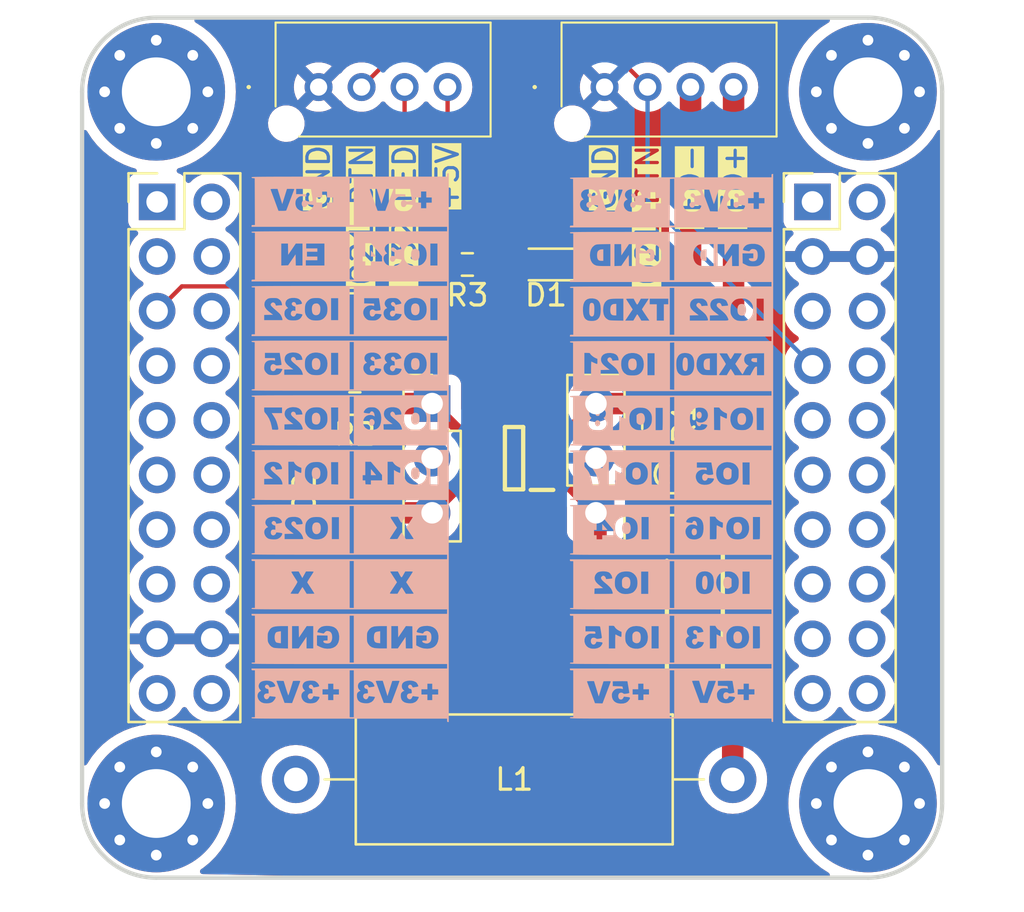
<source format=kicad_pcb>
(kicad_pcb (version 20221018) (generator pcbnew)
  (layers (0 "F.Cu" signal) (1 "In1.Cu" signal) (2 "In2.Cu" signal) (3 "In3.Cu" signal) (4 "In4.Cu" signal) (31 "B.Cu" signal) (34 "B.Paste" user) (35 "F.Paste" user) (36 "B.SilkS" user "B.Silkscreen") (37 "F.SilkS" user "F.Silkscreen") (38 "B.Mask" user) (39 "F.Mask" user) (44 "Edge.Cuts" user))
  (net 0 "")
  (net 1 "/LED_+")
  (net 2 "GND")
  (net 3 "Net-(IC1-SW)")
  (net 4 "/LED_-")
  (net 5 "/SHDN")
  (net 6 "/IO21")
  (net 7 "/IO32")
  (net 8 "+5V")
  (net 10 "/EN")
  (net 11 "/IO34")
  (net 12 "/IO35")
  (net 13 "/IO25")
  (net 14 "/IO33")
  (net 15 "/IO27")
  (net 16 "/IO26")
  (net 17 "/IO12")
  (net 18 "/IO14")
  (net 23 "+3V3")
  (net 24 "/TXD0")
  (net 25 "/IO22")
  (net 26 "/RXD0")
  (net 27 "/IO18")
  (net 28 "/IO19")
  (net 29 "/IO17")
  (net 30 "/IO5")
  (net 31 "/IO4")
  (net 32 "/IO16")
  (net 33 "/IO2")
  (net 34 "/IO0")
  (net 35 "/IO15")
  (net 36 "/IO13")
  (net 37 "Net-(D1-A)")
  (footprint "Connector_PinHeader_2.54mm:PinHeader_2x10_P2.54mm_Vertical" (layer "F.Cu") (at 135.89 81.24)
    (fp_text reference "J5" hide)
    (fp_text value "Conn_02x10_Odd_Even")
    (pad "1" thru_hole rect (at 0 0) (size 1.7 1.7) (drill 1) (layers "*.Cu" "*.Mask") (net 8 "+5V"))
    (pad "2" thru_hole oval (at 2.54 0) (size 1.7 1.7) (drill 1) (layers "*.Cu" "*.Mask") (net 8 "+5V"))
    (pad "3" thru_hole oval (at 0 2.54) (size 1.7 1.7) (drill 1) (layers "*.Cu" "*.Mask") (net 10 "/EN"))
    (pad "4" thru_hole oval (at 2.54 2.54) (size 1.7 1.7) (drill 1) (layers "*.Cu" "*.Mask") (net 11 "/IO34"))
    (pad "5" thru_hole oval (at 0 5.08) (size 1.7 1.7) (drill 1) (layers "*.Cu" "*.Mask") (net 7 "/IO32"))
    (pad "6" thru_hole oval (at 2.54 5.08) (size 1.7 1.7) (drill 1) (layers "*.Cu" "*.Mask") (net 12 "/IO35"))
    (pad "7" thru_hole oval (at 0 7.62) (size 1.7 1.7) (drill 1) (layers "*.Cu" "*.Mask") (net 13 "/IO25"))
    (pad "8" thru_hole oval (at 2.54 7.62) (size 1.7 1.7) (drill 1) (layers "*.Cu" "*.Mask") (net 14 "/IO33"))
    (pad "9" thru_hole oval (at 0 10.16) (size 1.7 1.7) (drill 1) (layers "*.Cu" "*.Mask") (net 15 "/IO27"))
    (pad "10" thru_hole oval (at 2.54 10.16) (size 1.7 1.7) (drill 1) (layers "*.Cu" "*.Mask") (net 16 "/IO26"))
    (pad "11" thru_hole oval (at 0 12.7) (size 1.7 1.7) (drill 1) (layers "*.Cu" "*.Mask") (net 17 "/IO12"))
    (pad "12" thru_hole oval (at 2.54 12.7) (size 1.7 1.7) (drill 1) (layers "*.Cu" "*.Mask") (net 18 "/IO14"))
    (pad "13" thru_hole oval (at 0 15.24) (size 1.7 1.7) (drill 1) (layers "*.Cu" "*.Mask"))
    (pad "14" thru_hole oval (at 2.54 15.24) (size 1.7 1.7) (drill 1) (layers "*.Cu" "*.Mask"))
    (pad "15" thru_hole oval (at 0 17.78) (size 1.7 1.7) (drill 1) (layers "*.Cu" "*.Mask"))
    (pad "16" thru_hole oval (at 2.54 17.78) (size 1.7 1.7) (drill 1) (layers "*.Cu" "*.Mask"))
    (pad "17" thru_hole oval (at 0 20.32) (size 1.7 1.7) (drill 1) (layers "*.Cu" "*.Mask") (net 2 "GND"))
    (pad "18" thru_hole oval (at 2.54 20.32) (size 1.7 1.7) (drill 1) (layers "*.Cu" "*.Mask") (net 2 "GND"))
    (pad "19" thru_hole oval (at 0 22.86) (size 1.7 1.7) (drill 1) (layers "*.Cu" "*.Mask") (net 23 "+3V3"))
    (pad "20" thru_hole oval (at 2.54 22.86) (size 1.7 1.7) (drill 1) (layers "*.Cu" "*.Mask") (net 23 "+3V3"))
  )
  (footprint "MountingHole:MountingHole_3.2mm_M3_Pad_Via" (layer "F.Cu") (at 135.85 109.22)
    (fp_text reference "H2" hide)
    (fp_text value "MountingHole")
    (pad "1" thru_hole circle (at -2.4 0) (size 0.8 0.8) (drill 0.5) (layers "*.Cu" "*.Mask"))
    (pad "1" thru_hole circle (at -1.697056 -1.697056) (size 0.8 0.8) (drill 0.5) (layers "*.Cu" "*.Mask"))
    (pad "1" thru_hole circle (at -1.697056 1.697056) (size 0.8 0.8) (drill 0.5) (layers "*.Cu" "*.Mask"))
    (pad "1" thru_hole circle (at 0 -2.4) (size 0.8 0.8) (drill 0.5) (layers "*.Cu" "*.Mask"))
    (pad "1" thru_hole circle (at 0 0) (size 6.4 6.4) (drill 3.2) (layers "*.Cu" "*.Mask"))
    (pad "1" thru_hole circle (at 0 2.4) (size 0.8 0.8) (drill 0.5) (layers "*.Cu" "*.Mask"))
    (pad "1" thru_hole circle (at 1.697056 -1.697056) (size 0.8 0.8) (drill 0.5) (layers "*.Cu" "*.Mask"))
    (pad "1" thru_hole circle (at 1.697056 1.697056) (size 0.8 0.8) (drill 0.5) (layers "*.Cu" "*.Mask"))
    (pad "1" thru_hole circle (at 2.4 0) (size 0.8 0.8) (drill 0.5) (layers "*.Cu" "*.Mask"))
  )
  (footprint "Inductor_THT:L_Axial_L14.5mm_D5.8mm_P20.32mm_Horizontal_Fastron_HBCC" (layer "F.Cu") (at 142.34 108.1)
    (fp_text reference "L1" (at 10.16 0) (layer "F.SilkS"))
    (fp_text value "47uH")
    (pad "1" thru_hole circle (at 0 0) (size 2.2 2.2) (drill 1.1) (layers "*.Cu" "*.Mask") (net 8 "+5V"))
    (pad "2" thru_hole oval (at 20.32 0) (size 2.2 2.2) (drill 1.1) (layers "*.Cu" "*.Mask") (net 3 "Net-(IC1-SW)"))
  )
  (footprint "MountingHole:MountingHole_3.2mm_M3_Pad_Via" (layer "F.Cu") (at 135.85 76.12)
    (fp_text reference "H1" hide)
    (fp_text value "MountingHole")
    (pad "1" thru_hole circle (at -2.4 0) (size 0.8 0.8) (drill 0.5) (layers "*.Cu" "*.Mask"))
    (pad "1" thru_hole circle (at -1.697056 -1.697056) (size 0.8 0.8) (drill 0.5) (layers "*.Cu" "*.Mask"))
    (pad "1" thru_hole circle (at -1.697056 1.697056) (size 0.8 0.8) (drill 0.5) (layers "*.Cu" "*.Mask"))
    (pad "1" thru_hole circle (at 0 -2.4) (size 0.8 0.8) (drill 0.5) (layers "*.Cu" "*.Mask"))
    (pad "1" thru_hole circle (at 0 0) (size 6.4 6.4) (drill 3.2) (layers "*.Cu" "*.Mask"))
    (pad "1" thru_hole circle (at 0 2.4) (size 0.8 0.8) (drill 0.5) (layers "*.Cu" "*.Mask"))
    (pad "1" thru_hole circle (at 1.697056 -1.697056) (size 0.8 0.8) (drill 0.5) (layers "*.Cu" "*.Mask"))
    (pad "1" thru_hole circle (at 1.697056 1.697056) (size 0.8 0.8) (drill 0.5) (layers "*.Cu" "*.Mask"))
    (pad "1" thru_hole circle (at 2.4 0) (size 0.8 0.8) (drill 0.5) (layers "*.Cu" "*.Mask"))
  )
  (footprint "Connector_PinHeader_2.54mm:PinHeader_2x10_P2.54mm_Vertical" (layer "F.Cu") (at 166.37 81.24)
    (fp_text reference "J6" hide)
    (fp_text value "Conn_02x10_Odd_Even")
    (pad "1" thru_hole rect (at 0 0) (size 1.7 1.7) (drill 1) (layers "*.Cu" "*.Mask") (net 23 "+3V3"))
    (pad "2" thru_hole oval (at 2.54 0) (size 1.7 1.7) (drill 1) (layers "*.Cu" "*.Mask") (net 23 "+3V3"))
    (pad "3" thru_hole oval (at 0 2.54) (size 1.7 1.7) (drill 1) (layers "*.Cu" "*.Mask") (net 2 "GND"))
    (pad "4" thru_hole oval (at 2.54 2.54) (size 1.7 1.7) (drill 1) (layers "*.Cu" "*.Mask") (net 2 "GND"))
    (pad "5" thru_hole oval (at 0 5.08) (size 1.7 1.7) (drill 1) (layers "*.Cu" "*.Mask") (net 24 "/TXD0"))
    (pad "6" thru_hole oval (at 2.54 5.08) (size 1.7 1.7) (drill 1) (layers "*.Cu" "*.Mask") (net 25 "/IO22"))
    (pad "7" thru_hole oval (at 0 7.62) (size 1.7 1.7) (drill 1) (layers "*.Cu" "*.Mask") (net 6 "/IO21"))
    (pad "8" thru_hole oval (at 2.54 7.62) (size 1.7 1.7) (drill 1) (layers "*.Cu" "*.Mask") (net 26 "/RXD0"))
    (pad "9" thru_hole oval (at 0 10.16) (size 1.7 1.7) (drill 1) (layers "*.Cu" "*.Mask") (net 27 "/IO18"))
    (pad "10" thru_hole oval (at 2.54 10.16) (size 1.7 1.7) (drill 1) (layers "*.Cu" "*.Mask") (net 28 "/IO19"))
    (pad "11" thru_hole oval (at 0 12.7) (size 1.7 1.7) (drill 1) (layers "*.Cu" "*.Mask") (net 29 "/IO17"))
    (pad "12" thru_hole oval (at 2.54 12.7) (size 1.7 1.7) (drill 1) (layers "*.Cu" "*.Mask") (net 30 "/IO5"))
    (pad "13" thru_hole oval (at 0 15.24) (size 1.7 1.7) (drill 1) (layers "*.Cu" "*.Mask") (net 31 "/IO4"))
    (pad "14" thru_hole oval (at 2.54 15.24) (size 1.7 1.7) (drill 1) (layers "*.Cu" "*.Mask") (net 32 "/IO16"))
    (pad "15" thru_hole oval (at 0 17.78) (size 1.7 1.7) (drill 1) (layers "*.Cu" "*.Mask") (net 33 "/IO2"))
    (pad "16" thru_hole oval (at 2.54 17.78) (size 1.7 1.7) (drill 1) (layers "*.Cu" "*.Mask") (net 34 "/IO0"))
    (pad "17" thru_hole oval (at 0 20.32) (size 1.7 1.7) (drill 1) (layers "*.Cu" "*.Mask") (net 35 "/IO15"))
    (pad "18" thru_hole oval (at 2.54 20.32) (size 1.7 1.7) (drill 1) (layers "*.Cu" "*.Mask") (net 36 "/IO13"))
    (pad "19" thru_hole oval (at 0 22.86) (size 1.7 1.7) (drill 1) (layers "*.Cu" "*.Mask") (net 8 "+5V"))
    (pad "20" thru_hole oval (at 2.54 22.86) (size 1.7 1.7) (drill 1) (layers "*.Cu" "*.Mask") (net 8 "+5V"))
  )
  (footprint "SamacSys_Parts:B04BPASK1LFSN" (layer "F.Cu") (at 143.4 75.9 180)
    (fp_text reference "J2" hide)
    (fp_text value "B04B-PASK-1-LFSN" hide)
    (pad "" np_thru_hole circle (at 1.5 -1.7 180) (size 1.2 1.2) (drill 1.2) (layers "*.Cu" "*.Mask"))
    (pad "1" thru_hole circle (at 0 0 180) (size 1.3 1.3) (drill 0.8) (layers "*.Cu" "*.Mask") (net 2 "GND"))
    (pad "2" thru_hole circle (at -2 0 180) (size 1.3 1.3) (drill 0.8) (layers "*.Cu" "*.Mask") (net 6 "/IO21"))
    (pad "3" thru_hole circle (at -4 0 180) (size 1.3 1.3) (drill 0.8) (layers "*.Cu" "*.Mask") (net 7 "/IO32"))
    (pad "4" thru_hole circle (at -6 0 180) (size 1.3 1.3) (drill 0.8) (layers "*.Cu" "*.Mask") (net 8 "+5V"))
  )
  (footprint "Capacitor_SMD:C_0603_1608Metric_Pad1.08x0.95mm_HandSolder" (layer "F.Cu") (at 144.175 94.8375 90)
    (fp_text reference "C2" (at 0 -1.43 90) (layer "F.SilkS"))
    (fp_text value "4.7uF")
    (pad "1" smd roundrect (at -0.8625 0 90) (size 1.075 0.95) (layers "F.Cu" "F.Paste" "F.Mask") (net 8 "+5V"))
    (pad "2" smd roundrect (at 0.8625 0 90) (size 1.075 0.95) (layers "F.Cu" "F.Paste" "F.Mask") (net 2 "GND"))
  )
  (footprint "SamacSys_Parts:SOT95P280X100-5N" (layer "F.Cu") (at 152.49 93.16 180)
    (fp_text reference "IC1" hide)
    (fp_text value "CAT4238TD-GT3" hide)
    (pad "1" smd rect (at -1.3 -0.95 270) (size 0.55 1.05) (layers "F.Cu" "F.Paste" "F.Mask") (net 3 "Net-(IC1-SW)"))
    (pad "2" smd rect (at -1.3 0 270) (size 0.55 1.05) (layers "F.Cu" "F.Paste" "F.Mask") (net 2 "GND"))
    (pad "3" smd rect (at -1.3 0.95 270) (size 0.55 1.05) (layers "F.Cu" "F.Paste" "F.Mask") (net 4 "/LED_-"))
    (pad "4" smd rect (at 1.3 0.95 270) (size 0.55 1.05) (layers "F.Cu" "F.Paste" "F.Mask") (net 5 "/SHDN"))
    (pad "5" smd rect (at 1.3 -0.95 270) (size 0.55 1.05) (layers "F.Cu" "F.Paste" "F.Mask") (net 8 "+5V"))
  )
  (footprint "LED_SMD:LED_0603_1608Metric_Pad1.05x0.95mm_HandSolder" (layer "F.Cu") (at 153.975 84.15 180)
    (fp_text reference "D1" (at 0 -1.43) (layer "F.SilkS"))
    (fp_text value "LED")
    (pad "1" smd roundrect (at -0.875 0 180) (size 1.05 0.95) (layers "F.Cu" "F.Paste" "F.Mask") (net 2 "GND"))
    (pad "2" smd roundrect (at 0.875 0 180) (size 1.05 0.95) (layers "F.Cu" "F.Paste" "F.Mask") (net 37 "Net-(D1-A)"))
  )
  (footprint "SamacSys_Parts:DIOM5026X262N" (layer "F.Cu") (at 160.9 100.45 -90)
    (fp_text reference "D2" hide)
    (fp_text value "SS54" hide)
    (pad "1" smd rect (at -2.05 0) (size 1.45 2.2) (layers "F.Cu" "F.Paste" "F.Mask") (net 1 "/LED_+"))
    (pad "2" smd rect (at 2.05 0) (size 1.45 2.2) (layers "F.Cu" "F.Paste" "F.Mask") (net 3 "Net-(IC1-SW)"))
  )
  (footprint "MountingHole:MountingHole_3.2mm_M3_Pad_Via" (layer "F.Cu") (at 168.95 76.12)
    (fp_text reference "H3" hide)
    (fp_text value "MountingHole")
    (pad "1" thru_hole circle (at -2.4 0) (size 0.8 0.8) (drill 0.5) (layers "*.Cu" "*.Mask"))
    (pad "1" thru_hole circle (at -1.697056 -1.697056) (size 0.8 0.8) (drill 0.5) (layers "*.Cu" "*.Mask"))
    (pad "1" thru_hole circle (at -1.697056 1.697056) (size 0.8 0.8) (drill 0.5) (layers "*.Cu" "*.Mask"))
    (pad "1" thru_hole circle (at 0 -2.4) (size 0.8 0.8) (drill 0.5) (layers "*.Cu" "*.Mask"))
    (pad "1" thru_hole circle (at 0 0) (size 6.4 6.4) (drill 3.2) (layers "*.Cu" "*.Mask"))
    (pad "1" thru_hole circle (at 0 2.4) (size 0.8 0.8) (drill 0.5) (layers "*.Cu" "*.Mask"))
    (pad "1" thru_hole circle (at 1.697056 -1.697056) (size 0.8 0.8) (drill 0.5) (layers "*.Cu" "*.Mask"))
    (pad "1" thru_hole circle (at 1.697056 1.697056) (size 0.8 0.8) (drill 0.5) (layers "*.Cu" "*.Mask"))
    (pad "1" thru_hole circle (at 2.4 0) (size 0.8 0.8) (drill 0.5) (layers "*.Cu" "*.Mask"))
  )
  (footprint "Resistor_SMD:R_0603_1608Metric_Pad0.98x0.95mm_HandSolder" (layer "F.Cu") (at 150.32 84.15 180)
    (fp_text reference "R3" (at 0 -1.43) (layer "F.SilkS"))
    (fp_text value "1kΩ")
    (pad "1" smd roundrect (at -0.9125 0 180) (size 0.975 0.95) (layers "F.Cu" "F.Paste" "F.Mask") (net 37 "Net-(D1-A)"))
    (pad "2" smd roundrect (at 0.9125 0 180) (size 0.975 0.95) (layers "F.Cu" "F.Paste" "F.Mask") (net 8 "+5V"))
  )
  (footprint "Connector_PinHeader_2.54mm:PinHeader_1x03_P2.54mm_Vertical" (layer "F.Cu") (at 148.68 90.62)
    (fp_text reference "J3" hide)
    (fp_text value "Conn_01x03_Pin")
    (pad "1" thru_hole rect (at 0 0) (size 1.7 1.7) (drill 1) (layers "*.Cu" "*.Mask") (net 5 "/SHDN"))
    (pad "2" thru_hole oval (at 0 2.54) (size 1.7 1.7) (drill 1) (layers "*.Cu" "*.Mask"))
    (pad "3" thru_hole oval (at 0 5.08) (size 1.7 1.7) (drill 1) (layers "*.Cu" "*.Mask") (net 8 "+5V"))
  )
  (footprint "SamacSys_Parts:B04BPASK1LFSN" (layer "F.Cu") (at 156.7 75.9 180)
    (fp_text reference "J1" hide)
    (fp_text value "B04B-PASK-1-LFSN" hide)
    (pad "" np_thru_hole circle (at 1.5 -1.7 180) (size 1.2 1.2) (drill 1.2) (layers "*.Cu" "*.Mask"))
    (pad "1" thru_hole circle (at 0 0 180) (size 1.3 1.3) (drill 0.8) (layers "*.Cu" "*.Mask") (net 2 "GND"))
    (pad "2" thru_hole circle (at -2 0 180) (size 1.3 1.3) (drill 0.8) (layers "*.Cu" "*.Mask") (net 6 "/IO21"))
    (pad "3" thru_hole circle (at -4 0 180) (size 1.3 1.3) (drill 0.8) (layers "*.Cu" "*.Mask") (net 4 "/LED_-"))
    (pad "4" thru_hole circle (at -6 0 180) (size 1.3 1.3) (drill 0.8) (layers "*.Cu" "*.Mask") (net 1 "/LED_+"))
  )
  (footprint "MountingHole:MountingHole_3.2mm_M3_Pad_Via" (layer "F.Cu") (at 168.95 109.22)
    (fp_text reference "H4" hide)
    (fp_text value "MountingHole")
    (pad "1" thru_hole circle (at -2.4 0) (size 0.8 0.8) (drill 0.5) (layers "*.Cu" "*.Mask"))
    (pad "1" thru_hole circle (at -1.697056 -1.697056) (size 0.8 0.8) (drill 0.5) (layers "*.Cu" "*.Mask"))
    (pad "1" thru_hole circle (at -1.697056 1.697056) (size 0.8 0.8) (drill 0.5) (layers "*.Cu" "*.Mask"))
    (pad "1" thru_hole circle (at 0 -2.4) (size 0.8 0.8) (drill 0.5) (layers "*.Cu" "*.Mask"))
    (pad "1" thru_hole circle (at 0 0) (size 6.4 6.4) (drill 3.2) (layers "*.Cu" "*.Mask"))
    (pad "1" thru_hole circle (at 0 2.4) (size 0.8 0.8) (drill 0.5) (layers "*.Cu" "*.Mask"))
    (pad "1" thru_hole circle (at 1.697056 -1.697056) (size 0.8 0.8) (drill 0.5) (layers "*.Cu" "*.Mask"))
    (pad "1" thru_hole circle (at 1.697056 1.697056) (size 0.8 0.8) (drill 0.5) (layers "*.Cu" "*.Mask"))
    (pad "1" thru_hole circle (at 2.4 0) (size 0.8 0.8) (drill 0.5) (layers "*.Cu" "*.Mask"))
  )
  (footprint "Resistor_SMD:R_0603_1608Metric_Pad0.98x0.95mm_HandSolder" (layer "F.Cu") (at 145.0875 90.62 180)
    (fp_text reference "R2" (at 0 -1.43) (layer "F.SilkS"))
    (fp_text value "200kΩ")
    (pad "1" smd roundrect (at -0.9125 0 180) (size 0.975 0.95) (layers "F.Cu" "F.Paste" "F.Mask") (net 5 "/SHDN"))
    (pad "2" smd roundrect (at 0.9125 0 180) (size 0.975 0.95) (layers "F.Cu" "F.Paste" "F.Mask") (net 2 "GND"))
  )
  (footprint "Capacitor_SMD:C_0603_1608Metric_Pad1.08x0.95mm_HandSolder" (layer "F.Cu") (at 159.8375 95.3 180)
    (fp_text reference "C1" (at 0 1.35) (layer "F.SilkS"))
    (fp_text value "0.22uF")
    (pad "1" smd roundrect (at -0.8625 0 180) (size 1.075 0.95) (layers "F.Cu" "F.Paste" "F.Mask") (net 1 "/LED_+"))
    (pad "2" smd roundrect (at 0.8625 0 180) (size 1.075 0.95) (layers "F.Cu" "F.Paste" "F.Mask") (net 2 "GND"))
  )
  (footprint "Resistor_SMD:R_0603_1608Metric_Pad0.98x0.95mm_HandSolder" (layer "F.Cu") (at 158.975 91.5375 -90)
    (fp_text reference "R1" (at 0 -1.43 90) (layer "F.SilkS"))
    (fp_text value "15Ω")
    (pad "1" smd roundrect (at -0.9125 0 270) (size 0.975 0.95) (layers "F.Cu" "F.Paste" "F.Mask") (net 4 "/LED_-"))
    (pad "2" smd roundrect (at 0.9125 0 270) (size 0.975 0.95) (layers "F.Cu" "F.Paste" "F.Mask") (net 2 "GND"))
  )
  (footprint "Connector_PinHeader_2.54mm:PinHeader_1x03_P2.54mm_Vertical" (layer "F.Cu") (at 156.3 95.7 180)
    (fp_text reference "J4" hide)
    (fp_text value "Conn_01x03_Pin")
    (pad "1" thru_hole rect (at 0 0 180) (size 1.7 1.7) (drill 1) (layers "*.Cu" "*.Mask") (net 3 "Net-(IC1-SW)"))
    (pad "2" thru_hole oval (at 0 2.54 180) (size 1.7 1.7) (drill 1) (layers "*.Cu" "*.Mask") (net 2 "GND"))
    (pad "3" thru_hole oval (at 0 5.08 180) (size 1.7 1.7) (drill 1) (layers "*.Cu" "*.Mask") (net 4 "/LED_-"))
  )
  (footprint "footprint:ConnectCube_IO_01" (layer "B.Cu") (at 159.85 92.67 180)
    (fp_text reference "G***" hide)
    (fp_text value "LOGO" hide)
  )
  (footprint "footprint:ConnectCube_IO_02_v2" (layer "B.Cu") (at 144.95 92.67 180)
    (fp_text reference "G***" hide)
    (fp_text value "LOGO" hide)
  )
  (gr_arc (start 135.85 112.67) (mid 133.410482 111.659518) (end 132.4 109.22) (stroke (width 0.2)) (layer "Edge.Cuts"))
  (gr_line (start 135.849999 72.67) (end 168.95 72.67) (stroke (width 0.2)) (layer "Edge.Cuts"))
  (gr_arc (start 172.4 109.22) (mid 171.389518 111.659518) (end 168.95 112.67) (stroke (width 0.2)) (layer "Edge.Cuts"))
  (gr_arc (start 132.4 76.12) (mid 133.410481 73.680482) (end 135.849999 72.67) (stroke (width 0.2)) (layer "Edge.Cuts"))
  (gr_line (start 172.4 76.12) (end 172.4 109.22) (stroke (width 0.2)) (layer "Edge.Cuts"))
  (gr_line (start 132.4 109.22) (end 132.4 76.12) (stroke (width 0.2)) (layer "Edge.Cuts"))
  (gr_line (start 168.95 112.67) (end 135.85 112.67) (stroke (width 0.2)) (layer "Edge.Cuts"))
  (gr_arc (start 168.95 72.67) (mid 171.389518 73.680482) (end 172.4 76.12) (stroke (width 0.2)) (layer "Edge.Cuts"))
  (gr_text "+5V" (at 149.4 78.5 90) (layer "F.SilkS" knockout) (effects (font (size 1 1)) (justify right)))
  (gr_text "LED+" (at 162.7 78.5 90) (layer "F.SilkS" knockout) (effects (font (size 1 1)) (justify right)))
  (gr_text "LED-" (at 160.7 78.5 90) (layer "F.SilkS" knockout) (effects (font (size 1 1)) (justify right)))
  (gr_text "GND" (at 143.4 78.5 90) (layer "F.SilkS" knockout) (effects (font (size 1 1)) (justify right)))
  (gr_text "IO21 BTN" (at 145.4 78.5 90) (layer "F.SilkS" knockout) (effects (font (size 1 1)) (justify right)))
  (gr_text "IO32 LED" (at 147.4 78.5 90) (layer "F.SilkS" knockout) (effects (font (size 1 1)) (justify right)))
  (gr_text "GND" (at 156.7 78.5 90) (layer "F.SilkS" knockout) (effects (font (size 1 1)) (justify right)))
  (gr_text "IO21 BTN" (at 158.7 78.5 90) (layer "F.SilkS" knockout) (effects (font (size 1 1)) (justify right)))
  (segment (start 162.7 75.9) (end 162.7 93.3) (width 1) (layer "F.Cu") (net 1))
  (segment (start 160.7 95.3) (end 160.7 98.2) (width 1) (layer "F.Cu") (net 1))
  (segment (start 160.7 98.2) (end 160.9 98.4) (width 1) (layer "F.Cu") (net 1))
  (segment (start 162.7 93.3) (end 160.7 95.3) (width 1) (layer "F.Cu") (net 1))
  (segment (start 154.71 94.11) (end 156.3 95.7) (width 0.5) (layer "F.Cu") (net 3))
  (segment (start 153.79 94.11) (end 154.71 94.11) (width 0.5) (layer "F.Cu") (net 3))
  (segment (start 160.9 102.5) (end 156.3 97.9) (width 1) (layer "F.Cu") (net 3))
  (segment (start 162.66 108.1) (end 162.66 104.26) (width 1) (layer "F.Cu") (net 3))
  (segment (start 156.3 97.9) (end 156.3 95.7) (width 1) (layer "F.Cu") (net 3))
  (segment (start 162.66 104.26) (end 160.9 102.5) (width 1) (layer "F.Cu") (net 3))
  (segment (start 153.79 92.21) (end 154.71 92.21) (width 0.5) (layer "F.Cu") (net 4))
  (segment (start 154.71 92.21) (end 156.3 90.62) (width 0.5) (layer "F.Cu") (net 4))
  (segment (start 158.97 90.62) (end 158.975 90.625) (width 1) (layer "F.Cu") (net 4))
  (segment (start 160.7 88.9) (end 158.975 90.625) (width 1) (layer "F.Cu") (net 4))
  (segment (start 156.3 90.62) (end 158.97 90.62) (width 1) (layer "F.Cu") (net 4))
  (segment (start 160.7 75.9) (end 160.7 88.9) (width 1) (layer "F.Cu") (net 4))
  (segment (start 148.68 90.62) (end 146 90.62) (width 1) (layer "F.Cu") (net 5))
  (segment (start 151.19 92.21) (end 150.27 92.21) (width 0.5) (layer "F.Cu") (net 5))
  (segment (start 150.27 92.21) (end 148.68 90.62) (width 0.5) (layer "F.Cu") (net 5))
  (segment (start 158.7 75.9) (end 156.9 74.1) (width 0.2) (layer "F.Cu") (net 6))
  (segment (start 147.2 74.1) (end 145.4 75.9) (width 0.2) (layer "F.Cu") (net 6))
  (segment (start 156.9 74.1) (end 147.2 74.1) (width 0.2) (layer "F.Cu") (net 6))
  (segment (start 158.7 75.9) (end 158.7 81.19) (width 0.2) (layer "B.Cu") (net 6))
  (segment (start 158.7 81.19) (end 166.37 88.86) (width 0.2) (layer "B.Cu") (net 6))
  (segment (start 137.04 85.17) (end 143.23 85.17) (width 0.2) (layer "F.Cu") (net 7))
  (segment (start 147.4 81) (end 147.4 75.9) (width 0.2) (layer "F.Cu") (net 7))
  (segment (start 143.23 85.17) (end 147.4 81) (width 0.2) (layer "F.Cu") (net 7))
  (segment (start 135.89 86.32) (end 137.04 85.17) (width 0.2) (layer "F.Cu") (net 7))
  (segment (start 149.4 75.9) (end 149.4 84.1425) (width 0.2) (layer "F.Cu") (net 8))
  (segment (start 150.27 94.11) (end 148.68 95.7) (width 0.5) (layer "F.Cu") (net 8))
  (segment (start 149.4 84.1425) (end 149.4075 84.15) (width 0.2) (layer "F.Cu") (net 8))
  (segment (start 148.68 95.7) (end 144.175 95.7) (width 1) (layer "F.Cu") (net 8))
  (segment (start 151.19 94.11) (end 150.27 94.11) (width 0.5) (layer "F.Cu") (net 8))
  (segment (start 151.2325 84.15) (end 153.1 84.15) (width 0.2) (layer "F.Cu") (net 37))
  (zone (net 2) (net_name "GND") (layers "F.Cu" "In1.Cu" "In4.Cu" "B.Cu") (connect_pads (clearance 0.5)) (min_thickness 0.25) (fill yes (thermal_gap 0.5) (thermal_bridge_width 0.5))
    (polygon (pts (xy 131.6 72) (xy 173 72.1) (xy 172.7 113.1) (xy 132 112.4)))
  )
)
</source>
